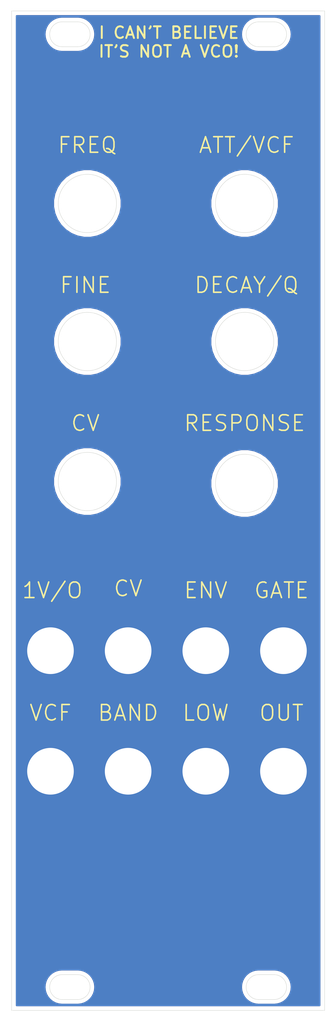
<source format=kicad_pcb>
(kicad_pcb (version 20171130) (host pcbnew "(5.1.5-0)")
  (layers (0 F.Cu signal) (31 B.Cu signal) (34 B.Paste user) (35 F.Paste user) (36 B.SilkS user) (37 F.SilkS user) (38 B.Mask user) (39 F.Mask user) (44 Edge.Cuts user))
  (net 0 "")
  (net 1 GND)
  (module "custom footprints:nlclogoxsmall" (layer F.Cu) (at 120.75 151.5)
    (fp_text reference REF** hide)
    (fp_text value nlclogoxsmall)
  )
  (module "custom footprints:6mm_mounting_hole_thonkiconn" (layer F.Cu) (at 135 127.75)
    (fp_text reference TP1 hide)
    (fp_text value TestPoint)
    (pad 1 thru_hole circle (at 0 0) (size 6.1 6.1) (drill 6) (layers *.Cu *.Mask) (net 1 GND))
  )
  (module "custom footprints:6mm_mounting_hole_thonkiconn" (layer F.Cu) (at 125 127.75)
    (fp_text reference TP1 hide)
    (fp_text value TestPoint)
    (pad 1 thru_hole circle (at 0 0) (size 6.1 6.1) (drill 6) (layers *.Cu *.Mask) (net 1 GND))
  )
  (module "custom footprints:6mm_mounting_hole_thonkiconn" (layer F.Cu) (at 115 127.75)
    (fp_text reference TP1 hide)
    (fp_text value TestPoint)
    (pad 1 thru_hole circle (at 0 0) (size 6.1 6.1) (drill 6) (layers *.Cu *.Mask) (net 1 GND))
  )
  (module "custom footprints:6mm_mounting_hole_thonkiconn" (layer F.Cu) (at 105 127.75)
    (fp_text reference TP1 hide)
    (fp_text value TestPoint)
    (pad 1 thru_hole circle (at 0 0) (size 6.1 6.1) (drill 6) (layers *.Cu *.Mask) (net 1 GND))
  )
  (module "custom footprints:6mm_mounting_hole_thonkiconn" (layer F.Cu) (at 105 112.25)
    (fp_text reference TP1 hide)
    (fp_text value TestPoint)
    (pad 1 thru_hole circle (at 0 0) (size 6.1 6.1) (drill 6) (layers *.Cu *.Mask) (net 1 GND))
  )
  (module "custom footprints:6mm_mounting_hole_thonkiconn" (layer F.Cu) (at 115 112.25)
    (fp_text reference TP1 hide)
    (fp_text value TestPoint)
    (pad 1 thru_hole circle (at 0 0) (size 6.1 6.1) (drill 6) (layers *.Cu *.Mask) (net 1 GND))
  )
  (module "custom footprints:6mm_mounting_hole_thonkiconn" (layer F.Cu) (at 135 112.25)
    (fp_text reference TP1 hide)
    (fp_text value TestPoint)
    (pad 1 thru_hole circle (at 0 0) (size 6.1 6.1) (drill 6) (layers *.Cu *.Mask) (net 1 GND))
  )
  (module "custom footprints:6mm_mounting_hole_thonkiconn" (layer F.Cu) (at 125 112.25)
    (fp_text reference TP1 hide)
    (fp_text value TestPoint)
    (pad 1 thru_hole circle (at 0 0) (size 6.1 6.1) (drill 6) (layers *.Cu *.Mask) (net 1 GND))
  )
  (gr_text "I CAN’T BELIEVE\nIT’S NOT A VCO!" (at 120.25 34) (layer F.SilkS) (effects (font (size 1.5 1.5) (thickness 0.25))))
  (gr_text RESPONSE (at 130 83) (layer F.SilkS) (effects (font (size 2 2) (thickness 0.2))))
  (gr_text DECAY/Q (at 130.25 65.25) (layer F.SilkS) (effects (font (size 2 2) (thickness 0.2))))
  (gr_text ATT/VCF (at 130.25 47.25) (layer F.SilkS) (effects (font (size 2 2) (thickness 0.2))))
  (gr_text FREQ (at 109.75 47.25) (layer F.SilkS) (effects (font (size 2 2) (thickness 0.2))))
  (gr_text FINE (at 109.5 65.25) (layer F.SilkS) (effects (font (size 2 2) (thickness 0.2))))
  (gr_text CV (at 109.5 83) (layer F.SilkS) (effects (font (size 2 2) (thickness 0.2))))
  (gr_text OUT (at 134.75 120.25) (layer F.SilkS) (effects (font (size 2 2) (thickness 0.2))))
  (gr_text LOW (at 125 120.25) (layer F.SilkS) (effects (font (size 2 2) (thickness 0.2))))
  (gr_text BAND (at 115 120.25) (layer F.SilkS) (effects (font (size 2 2) (thickness 0.2))))
  (gr_text VCF (at 105 120.25) (layer F.SilkS) (effects (font (size 2 2) (thickness 0.2))))
  (gr_text 1V/O (at 105.25 104.5) (layer F.SilkS) (effects (font (size 2 2) (thickness 0.2))))
  (gr_text GATE (at 134.75 104.5) (layer F.SilkS) (effects (font (size 2 2) (thickness 0.2))))
  (gr_text ENV (at 125 104.5) (layer F.SilkS) (effects (font (size 2 2) (thickness 0.2))))
  (gr_text CV (at 115 104.25) (layer F.SilkS) (effects (font (size 2 2) (thickness 0.2))))
  (gr_circle (center 130 90.75) (end 133.75 90.75) (layer Edge.Cuts) (width 0.05))
  (gr_circle (center 109.75 90.5) (end 113.5 90.5) (layer Edge.Cuts) (width 0.05))
  (gr_circle (center 109.75 72.5) (end 113.5 72.5) (layer Edge.Cuts) (width 0.05))
  (gr_circle (center 109.75 54.75) (end 113.5 54.75) (layer Edge.Cuts) (width 0.05))
  (gr_circle (center 130 54.75) (end 133.75 54.75) (layer Edge.Cuts) (width 0.05))
  (gr_circle (center 130 72.5) (end 133.75 72.5) (layer Edge.Cuts) (width 0.05))
  (gr_arc (start 108.5 155.5) (end 108.5 157.1) (angle -180) (layer Edge.Cuts) (width 0.05))
  (gr_line (start 106.5 153.9) (end 108.5 153.9) (layer Edge.Cuts) (width 0.05))
  (gr_arc (start 106.5 155.5) (end 106.5 153.9) (angle -180) (layer Edge.Cuts) (width 0.05))
  (gr_line (start 106.5 157.1) (end 108.5 157.1) (layer Edge.Cuts) (width 0.05))
  (gr_arc (start 108.5 33) (end 108.5 34.6) (angle -180) (layer Edge.Cuts) (width 0.05))
  (gr_line (start 106.5 31.4) (end 108.5 31.4) (layer Edge.Cuts) (width 0.05))
  (gr_arc (start 106.5 33) (end 106.5 31.4) (angle -180) (layer Edge.Cuts) (width 0.05))
  (gr_line (start 106.5 34.6) (end 108.5 34.6) (layer Edge.Cuts) (width 0.05))
  (gr_arc (start 133.8 155.5) (end 133.8 157.1) (angle -180) (layer Edge.Cuts) (width 0.05))
  (gr_line (start 131.8 153.9) (end 133.8 153.9) (layer Edge.Cuts) (width 0.05))
  (gr_arc (start 131.8 155.5) (end 131.8 153.9) (angle -180) (layer Edge.Cuts) (width 0.05))
  (gr_line (start 131.8 157.1) (end 133.8 157.1) (layer Edge.Cuts) (width 0.05))
  (gr_line (start 131.8 31.4) (end 133.8 31.4) (layer Edge.Cuts) (width 0.05))
  (gr_line (start 131.8 34.6) (end 133.8 34.6) (layer Edge.Cuts) (width 0.05))
  (gr_arc (start 131.8 33) (end 131.8 31.4) (angle -180) (layer Edge.Cuts) (width 0.05))
  (gr_arc (start 133.8 33) (end 133.8 34.6) (angle -180) (layer Edge.Cuts) (width 0.05))
  (gr_line (start 100 158.5) (end 100 30) (layer Edge.Cuts) (width 0.05))
  (gr_line (start 140.3 158.5) (end 100 158.5) (layer Edge.Cuts) (width 0.05))
  (gr_line (start 140.3 30) (end 140.3 158.5) (layer Edge.Cuts) (width 0.05))
  (gr_line (start 100 30) (end 140.3 30) (layer Edge.Cuts) (width 0.05))
  (zone (net 1) (net_name GND) (layer F.Cu) (connect_pads yes (clearance 0.508)) (min_thickness 0.254) (fill yes (arc_segments 32) (thermal_gap 0.508) (thermal_bridge_width 0.508))
    (polygon (pts (xy 141 160.25) (xy 98.75 160.25) (xy 99.249049 29.249525) (xy 98.75 29) (xy 141 29)))
  )
  (zone (net 1) (net_name GND) (layer B.Cu) (connect_pads yes (clearance 0.508)) (min_thickness 0.254) (fill yes (arc_segments 32) (thermal_gap 0.508) (thermal_bridge_width 0.508))
    (polygon (pts (xy 140.75 159.841581) (xy 98.5 159.841581) (xy 98.999049 28.841106) (xy 98.5 28.591581) (xy 140.75 28.591581)))
  )
)
</source>
